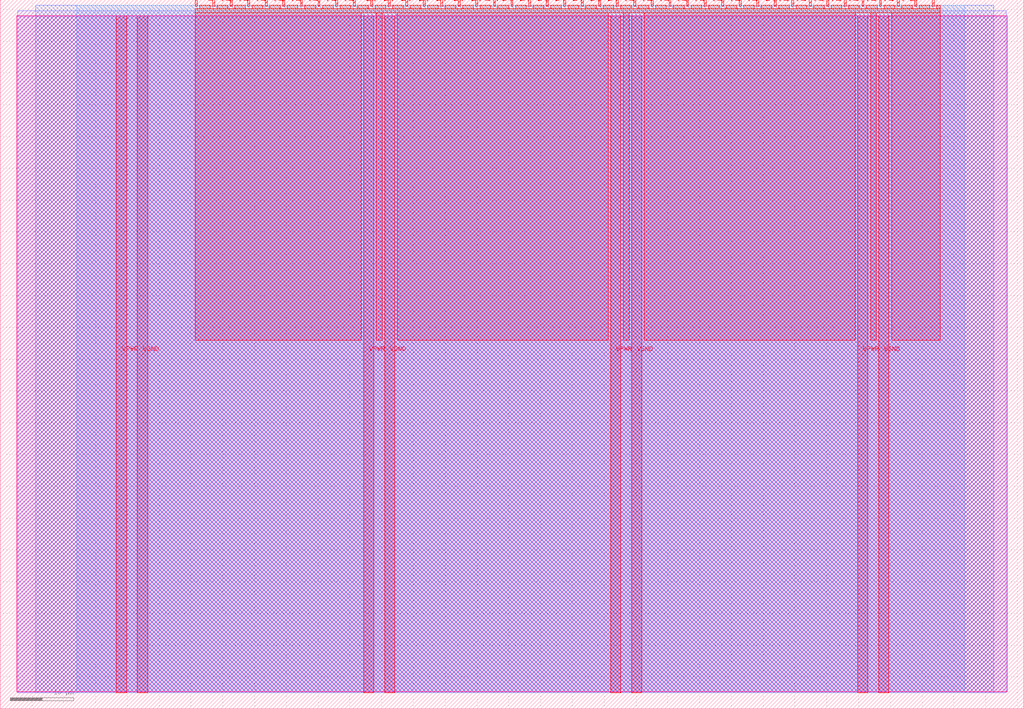
<source format=lef>
VERSION 5.7 ;
  NOWIREEXTENSIONATPIN ON ;
  DIVIDERCHAR "/" ;
  BUSBITCHARS "[]" ;
MACRO tt_um_baud_rate_cdr
  CLASS BLOCK ;
  FOREIGN tt_um_baud_rate_cdr ;
  ORIGIN 0.000 0.000 ;
  SIZE 161.000 BY 111.520 ;
  PIN VGND
    DIRECTION INOUT ;
    USE GROUND ;
    PORT
      LAYER met4 ;
        RECT 21.580 2.480 23.180 109.040 ;
    END
    PORT
      LAYER met4 ;
        RECT 60.450 2.480 62.050 109.040 ;
    END
    PORT
      LAYER met4 ;
        RECT 99.320 2.480 100.920 109.040 ;
    END
    PORT
      LAYER met4 ;
        RECT 138.190 2.480 139.790 109.040 ;
    END
  END VGND
  PIN VPWR
    DIRECTION INOUT ;
    USE POWER ;
    PORT
      LAYER met4 ;
        RECT 18.280 2.480 19.880 109.040 ;
    END
    PORT
      LAYER met4 ;
        RECT 57.150 2.480 58.750 109.040 ;
    END
    PORT
      LAYER met4 ;
        RECT 96.020 2.480 97.620 109.040 ;
    END
    PORT
      LAYER met4 ;
        RECT 134.890 2.480 136.490 109.040 ;
    END
  END VPWR
  PIN clk
    DIRECTION INPUT ;
    USE SIGNAL ;
    ANTENNAGATEAREA 0.852000 ;
    PORT
      LAYER met4 ;
        RECT 143.830 110.520 144.130 111.520 ;
    END
  END clk
  PIN ena
    DIRECTION INPUT ;
    USE SIGNAL ;
    ANTENNAGATEAREA 0.126000 ;
    PORT
      LAYER met4 ;
        RECT 146.590 110.520 146.890 111.520 ;
    END
  END ena
  PIN rst_n
    DIRECTION INPUT ;
    USE SIGNAL ;
    ANTENNAGATEAREA 0.126000 ;
    PORT
      LAYER met4 ;
        RECT 141.070 110.520 141.370 111.520 ;
    END
  END rst_n
  PIN ui_in[0]
    DIRECTION INPUT ;
    USE SIGNAL ;
    ANTENNAGATEAREA 0.196500 ;
    PORT
      LAYER met4 ;
        RECT 138.310 110.520 138.610 111.520 ;
    END
  END ui_in[0]
  PIN ui_in[1]
    DIRECTION INPUT ;
    USE SIGNAL ;
    ANTENNAGATEAREA 0.196500 ;
    PORT
      LAYER met4 ;
        RECT 135.550 110.520 135.850 111.520 ;
    END
  END ui_in[1]
  PIN ui_in[2]
    DIRECTION INPUT ;
    USE SIGNAL ;
    ANTENNAGATEAREA 0.196500 ;
    PORT
      LAYER met4 ;
        RECT 132.790 110.520 133.090 111.520 ;
    END
  END ui_in[2]
  PIN ui_in[3]
    DIRECTION INPUT ;
    USE SIGNAL ;
    ANTENNAGATEAREA 0.196500 ;
    PORT
      LAYER met4 ;
        RECT 130.030 110.520 130.330 111.520 ;
    END
  END ui_in[3]
  PIN ui_in[4]
    DIRECTION INPUT ;
    USE SIGNAL ;
    ANTENNAGATEAREA 0.196500 ;
    PORT
      LAYER met4 ;
        RECT 127.270 110.520 127.570 111.520 ;
    END
  END ui_in[4]
  PIN ui_in[5]
    DIRECTION INPUT ;
    USE SIGNAL ;
    ANTENNAGATEAREA 0.196500 ;
    PORT
      LAYER met4 ;
        RECT 124.510 110.520 124.810 111.520 ;
    END
  END ui_in[5]
  PIN ui_in[6]
    DIRECTION INPUT ;
    USE SIGNAL ;
    ANTENNAGATEAREA 0.196500 ;
    PORT
      LAYER met4 ;
        RECT 121.750 110.520 122.050 111.520 ;
    END
  END ui_in[6]
  PIN ui_in[7]
    DIRECTION INPUT ;
    USE SIGNAL ;
    ANTENNAGATEAREA 0.196500 ;
    PORT
      LAYER met4 ;
        RECT 118.990 110.520 119.290 111.520 ;
    END
  END ui_in[7]
  PIN uio_in[0]
    DIRECTION INPUT ;
    USE SIGNAL ;
    PORT
      LAYER met4 ;
        RECT 116.230 110.520 116.530 111.520 ;
    END
  END uio_in[0]
  PIN uio_in[1]
    DIRECTION INPUT ;
    USE SIGNAL ;
    PORT
      LAYER met4 ;
        RECT 113.470 110.520 113.770 111.520 ;
    END
  END uio_in[1]
  PIN uio_in[2]
    DIRECTION INPUT ;
    USE SIGNAL ;
    PORT
      LAYER met4 ;
        RECT 110.710 110.520 111.010 111.520 ;
    END
  END uio_in[2]
  PIN uio_in[3]
    DIRECTION INPUT ;
    USE SIGNAL ;
    PORT
      LAYER met4 ;
        RECT 107.950 110.520 108.250 111.520 ;
    END
  END uio_in[3]
  PIN uio_in[4]
    DIRECTION INPUT ;
    USE SIGNAL ;
    PORT
      LAYER met4 ;
        RECT 105.190 110.520 105.490 111.520 ;
    END
  END uio_in[4]
  PIN uio_in[5]
    DIRECTION INPUT ;
    USE SIGNAL ;
    PORT
      LAYER met4 ;
        RECT 102.430 110.520 102.730 111.520 ;
    END
  END uio_in[5]
  PIN uio_in[6]
    DIRECTION INPUT ;
    USE SIGNAL ;
    PORT
      LAYER met4 ;
        RECT 99.670 110.520 99.970 111.520 ;
    END
  END uio_in[6]
  PIN uio_in[7]
    DIRECTION INPUT ;
    USE SIGNAL ;
    PORT
      LAYER met4 ;
        RECT 96.910 110.520 97.210 111.520 ;
    END
  END uio_in[7]
  PIN uio_oe[0]
    DIRECTION OUTPUT ;
    USE SIGNAL ;
    PORT
      LAYER met4 ;
        RECT 49.990 110.520 50.290 111.520 ;
    END
  END uio_oe[0]
  PIN uio_oe[1]
    DIRECTION OUTPUT ;
    USE SIGNAL ;
    PORT
      LAYER met4 ;
        RECT 47.230 110.520 47.530 111.520 ;
    END
  END uio_oe[1]
  PIN uio_oe[2]
    DIRECTION OUTPUT ;
    USE SIGNAL ;
    PORT
      LAYER met4 ;
        RECT 44.470 110.520 44.770 111.520 ;
    END
  END uio_oe[2]
  PIN uio_oe[3]
    DIRECTION OUTPUT ;
    USE SIGNAL ;
    PORT
      LAYER met4 ;
        RECT 41.710 110.520 42.010 111.520 ;
    END
  END uio_oe[3]
  PIN uio_oe[4]
    DIRECTION OUTPUT ;
    USE SIGNAL ;
    PORT
      LAYER met4 ;
        RECT 38.950 110.520 39.250 111.520 ;
    END
  END uio_oe[4]
  PIN uio_oe[5]
    DIRECTION OUTPUT ;
    USE SIGNAL ;
    PORT
      LAYER met4 ;
        RECT 36.190 110.520 36.490 111.520 ;
    END
  END uio_oe[5]
  PIN uio_oe[6]
    DIRECTION OUTPUT ;
    USE SIGNAL ;
    PORT
      LAYER met4 ;
        RECT 33.430 110.520 33.730 111.520 ;
    END
  END uio_oe[6]
  PIN uio_oe[7]
    DIRECTION OUTPUT ;
    USE SIGNAL ;
    PORT
      LAYER met4 ;
        RECT 30.670 110.520 30.970 111.520 ;
    END
  END uio_oe[7]
  PIN uio_out[0]
    DIRECTION OUTPUT ;
    USE SIGNAL ;
    PORT
      LAYER met4 ;
        RECT 72.070 110.520 72.370 111.520 ;
    END
  END uio_out[0]
  PIN uio_out[1]
    DIRECTION OUTPUT ;
    USE SIGNAL ;
    PORT
      LAYER met4 ;
        RECT 69.310 110.520 69.610 111.520 ;
    END
  END uio_out[1]
  PIN uio_out[2]
    DIRECTION OUTPUT ;
    USE SIGNAL ;
    PORT
      LAYER met4 ;
        RECT 66.550 110.520 66.850 111.520 ;
    END
  END uio_out[2]
  PIN uio_out[3]
    DIRECTION OUTPUT ;
    USE SIGNAL ;
    PORT
      LAYER met4 ;
        RECT 63.790 110.520 64.090 111.520 ;
    END
  END uio_out[3]
  PIN uio_out[4]
    DIRECTION OUTPUT ;
    USE SIGNAL ;
    PORT
      LAYER met4 ;
        RECT 61.030 110.520 61.330 111.520 ;
    END
  END uio_out[4]
  PIN uio_out[5]
    DIRECTION OUTPUT ;
    USE SIGNAL ;
    PORT
      LAYER met4 ;
        RECT 58.270 110.520 58.570 111.520 ;
    END
  END uio_out[5]
  PIN uio_out[6]
    DIRECTION OUTPUT ;
    USE SIGNAL ;
    PORT
      LAYER met4 ;
        RECT 55.510 110.520 55.810 111.520 ;
    END
  END uio_out[6]
  PIN uio_out[7]
    DIRECTION OUTPUT ;
    USE SIGNAL ;
    PORT
      LAYER met4 ;
        RECT 52.750 110.520 53.050 111.520 ;
    END
  END uio_out[7]
  PIN uo_out[0]
    DIRECTION OUTPUT ;
    USE SIGNAL ;
    ANTENNADIFFAREA 0.445500 ;
    PORT
      LAYER met4 ;
        RECT 94.150 110.520 94.450 111.520 ;
    END
  END uo_out[0]
  PIN uo_out[1]
    DIRECTION OUTPUT ;
    USE SIGNAL ;
    ANTENNADIFFAREA 0.445500 ;
    PORT
      LAYER met4 ;
        RECT 91.390 110.520 91.690 111.520 ;
    END
  END uo_out[1]
  PIN uo_out[2]
    DIRECTION OUTPUT ;
    USE SIGNAL ;
    ANTENNADIFFAREA 0.445500 ;
    PORT
      LAYER met4 ;
        RECT 88.630 110.520 88.930 111.520 ;
    END
  END uo_out[2]
  PIN uo_out[3]
    DIRECTION OUTPUT ;
    USE SIGNAL ;
    ANTENNADIFFAREA 0.445500 ;
    PORT
      LAYER met4 ;
        RECT 85.870 110.520 86.170 111.520 ;
    END
  END uo_out[3]
  PIN uo_out[4]
    DIRECTION OUTPUT ;
    USE SIGNAL ;
    ANTENNADIFFAREA 0.445500 ;
    PORT
      LAYER met4 ;
        RECT 83.110 110.520 83.410 111.520 ;
    END
  END uo_out[4]
  PIN uo_out[5]
    DIRECTION OUTPUT ;
    USE SIGNAL ;
    ANTENNADIFFAREA 0.445500 ;
    PORT
      LAYER met4 ;
        RECT 80.350 110.520 80.650 111.520 ;
    END
  END uo_out[5]
  PIN uo_out[6]
    DIRECTION OUTPUT ;
    USE SIGNAL ;
    ANTENNADIFFAREA 0.445500 ;
    PORT
      LAYER met4 ;
        RECT 77.590 110.520 77.890 111.520 ;
    END
  END uo_out[6]
  PIN uo_out[7]
    DIRECTION OUTPUT ;
    USE SIGNAL ;
    ANTENNADIFFAREA 0.445500 ;
    PORT
      LAYER met4 ;
        RECT 74.830 110.520 75.130 111.520 ;
    END
  END uo_out[7]
  OBS
      LAYER nwell ;
        RECT 2.570 2.635 158.430 108.990 ;
      LAYER li1 ;
        RECT 2.760 2.635 158.240 108.885 ;
      LAYER met1 ;
        RECT 2.760 2.480 158.240 109.780 ;
      LAYER met2 ;
        RECT 5.620 2.535 156.300 110.685 ;
      LAYER met3 ;
        RECT 12.025 2.555 151.735 110.665 ;
      LAYER met4 ;
        RECT 31.370 110.120 33.030 110.665 ;
        RECT 34.130 110.120 35.790 110.665 ;
        RECT 36.890 110.120 38.550 110.665 ;
        RECT 39.650 110.120 41.310 110.665 ;
        RECT 42.410 110.120 44.070 110.665 ;
        RECT 45.170 110.120 46.830 110.665 ;
        RECT 47.930 110.120 49.590 110.665 ;
        RECT 50.690 110.120 52.350 110.665 ;
        RECT 53.450 110.120 55.110 110.665 ;
        RECT 56.210 110.120 57.870 110.665 ;
        RECT 58.970 110.120 60.630 110.665 ;
        RECT 61.730 110.120 63.390 110.665 ;
        RECT 64.490 110.120 66.150 110.665 ;
        RECT 67.250 110.120 68.910 110.665 ;
        RECT 70.010 110.120 71.670 110.665 ;
        RECT 72.770 110.120 74.430 110.665 ;
        RECT 75.530 110.120 77.190 110.665 ;
        RECT 78.290 110.120 79.950 110.665 ;
        RECT 81.050 110.120 82.710 110.665 ;
        RECT 83.810 110.120 85.470 110.665 ;
        RECT 86.570 110.120 88.230 110.665 ;
        RECT 89.330 110.120 90.990 110.665 ;
        RECT 92.090 110.120 93.750 110.665 ;
        RECT 94.850 110.120 96.510 110.665 ;
        RECT 97.610 110.120 99.270 110.665 ;
        RECT 100.370 110.120 102.030 110.665 ;
        RECT 103.130 110.120 104.790 110.665 ;
        RECT 105.890 110.120 107.550 110.665 ;
        RECT 108.650 110.120 110.310 110.665 ;
        RECT 111.410 110.120 113.070 110.665 ;
        RECT 114.170 110.120 115.830 110.665 ;
        RECT 116.930 110.120 118.590 110.665 ;
        RECT 119.690 110.120 121.350 110.665 ;
        RECT 122.450 110.120 124.110 110.665 ;
        RECT 125.210 110.120 126.870 110.665 ;
        RECT 127.970 110.120 129.630 110.665 ;
        RECT 130.730 110.120 132.390 110.665 ;
        RECT 133.490 110.120 135.150 110.665 ;
        RECT 136.250 110.120 137.910 110.665 ;
        RECT 139.010 110.120 140.670 110.665 ;
        RECT 141.770 110.120 143.430 110.665 ;
        RECT 144.530 110.120 146.190 110.665 ;
        RECT 147.290 110.120 147.825 110.665 ;
        RECT 30.655 109.440 147.825 110.120 ;
        RECT 30.655 57.975 56.750 109.440 ;
        RECT 59.150 57.975 60.050 109.440 ;
        RECT 62.450 57.975 95.620 109.440 ;
        RECT 98.020 57.975 98.920 109.440 ;
        RECT 101.320 57.975 134.490 109.440 ;
        RECT 136.890 57.975 137.790 109.440 ;
        RECT 140.190 57.975 147.825 109.440 ;
  END
END tt_um_baud_rate_cdr
END LIBRARY


</source>
